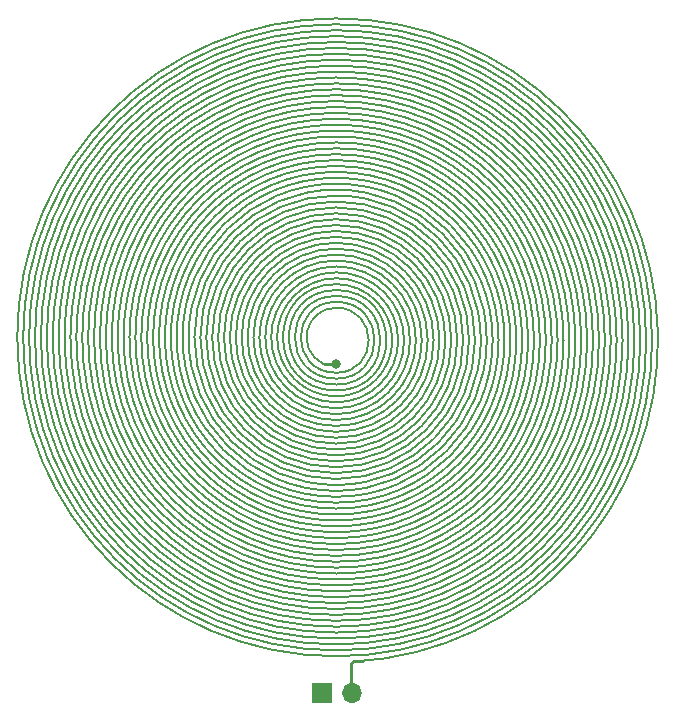
<source format=gbr>
%TF.GenerationSoftware,KiCad,Pcbnew,5.99.0-unknown-ad88874~101~ubuntu20.04.1*%
%TF.CreationDate,2020-05-19T22:27:38-04:00*%
%TF.ProjectId,pcbcoil,70636263-6f69-46c2-9e6b-696361645f70,rev?*%
%TF.SameCoordinates,Original*%
%TF.FileFunction,Copper,L2,Bot*%
%TF.FilePolarity,Positive*%
%FSLAX46Y46*%
G04 Gerber Fmt 4.6, Leading zero omitted, Abs format (unit mm)*
G04 Created by KiCad (PCBNEW 5.99.0-unknown-ad88874~101~ubuntu20.04.1) date 2020-05-19 22:27:38*
%MOMM*%
%LPD*%
G01*
G04 APERTURE LIST*
%TA.AperFunction,NonConductor*%
%ADD10C,0.200000*%
%TD*%
%TA.AperFunction,ComponentPad*%
%ADD11R,1.700000X1.700000*%
%TD*%
%TA.AperFunction,ComponentPad*%
%ADD12O,1.700000X1.700000*%
%TD*%
%TA.AperFunction,ViaPad*%
%ADD13C,0.800000*%
%TD*%
%TA.AperFunction,Conductor*%
%ADD14C,0.250000*%
%TD*%
G04 APERTURE END LIST*
D10*
X143881966Y-89736068D02*
G75*
G02*
X145000000Y-85000000I1118034J2236068D01*
G01*
X145000000Y-109000000D02*
G75*
G03*
X145000000Y-66500000I0J21250000D01*
G01*
X145000000Y-84500000D02*
G75*
G03*
X145000000Y-90500000I0J-3000000D01*
G01*
X145000000Y-107000000D02*
G75*
G03*
X145000000Y-68500000I0J19250000D01*
G01*
X145000000Y-105000000D02*
G75*
G03*
X145000000Y-70500000I0J17250000D01*
G01*
X145000000Y-99500000D02*
G75*
G03*
X145000000Y-76000000I0J11750000D01*
G01*
X145000000Y-104500000D02*
G75*
G03*
X145000000Y-71000000I0J16750000D01*
G01*
X145000000Y-112000000D02*
G75*
G03*
X145000000Y-63500000I0J24250000D01*
G01*
X145000000Y-79500000D02*
G75*
G03*
X145000000Y-95500000I0J-8000000D01*
G01*
X145000000Y-76000000D02*
G75*
G03*
X145000000Y-99000000I0J-11500000D01*
G01*
X145000000Y-84000000D02*
G75*
G03*
X145000000Y-91000000I0J-3500000D01*
G01*
X145000000Y-77000000D02*
G75*
G03*
X145000000Y-98000000I0J-10500000D01*
G01*
X145000000Y-72000000D02*
G75*
G03*
X145000000Y-103000000I0J-15500000D01*
G01*
X145000000Y-78500000D02*
G75*
G03*
X145000000Y-96500000I0J-9000000D01*
G01*
X145000000Y-110500000D02*
G75*
G03*
X145000000Y-65000000I0J22750000D01*
G01*
X145000000Y-66000000D02*
G75*
G03*
X145000000Y-109000000I0J-21500000D01*
G01*
X145000000Y-110000000D02*
G75*
G03*
X145000000Y-65500000I0J22250000D01*
G01*
X145000000Y-95000000D02*
G75*
G03*
X145000000Y-80500000I0J7250000D01*
G01*
X145000000Y-67000000D02*
G75*
G03*
X145000000Y-108000000I0J-20500000D01*
G01*
X145000000Y-102000000D02*
G75*
G03*
X145000000Y-73500000I0J14250000D01*
G01*
X145000000Y-100000000D02*
G75*
G03*
X145000000Y-75500000I0J12250000D01*
G01*
X145000000Y-101000000D02*
G75*
G03*
X145000000Y-74500000I0J13250000D01*
G01*
X145000000Y-108500000D02*
G75*
G03*
X145000000Y-67000000I0J20750000D01*
G01*
X145000000Y-69500000D02*
G75*
G03*
X145000000Y-105500000I0J-18000000D01*
G01*
X145000000Y-63000000D02*
G75*
G03*
X145000000Y-112000000I0J-24500000D01*
G01*
X145000000Y-100500000D02*
G75*
G03*
X145000000Y-75000000I0J12750000D01*
G01*
X145000000Y-114000000D02*
G75*
G03*
X145000000Y-61500000I0J26250000D01*
G01*
X145000000Y-91000000D02*
G75*
G03*
X145000000Y-84500000I0J3250000D01*
G01*
X145000000Y-67500000D02*
G75*
G03*
X145000000Y-107500000I0J-20000000D01*
G01*
X145000000Y-99000000D02*
G75*
G03*
X145000000Y-76500000I0J11250000D01*
G01*
X145000000Y-103000000D02*
G75*
G03*
X145000000Y-72500000I0J15250000D01*
G01*
X145000000Y-82000000D02*
G75*
G03*
X145000000Y-93000000I0J-5500000D01*
G01*
X145000000Y-74000000D02*
G75*
G03*
X145000000Y-101000000I0J-13500000D01*
G01*
X146426155Y-114962655D02*
G75*
G03*
X145000000Y-60500000I-1426155J27212655D01*
G01*
X145000000Y-63500000D02*
G75*
G03*
X145000000Y-111500000I0J-24000000D01*
G01*
X145000000Y-78000000D02*
G75*
G03*
X145000000Y-97000000I0J-9500000D01*
G01*
X145000000Y-109500000D02*
G75*
G03*
X145000000Y-66000000I0J21750000D01*
G01*
X145000000Y-93000000D02*
G75*
G03*
X145000000Y-82500000I0J5250000D01*
G01*
X145000000Y-68000000D02*
G75*
G03*
X145000000Y-107000000I0J-19500000D01*
G01*
X145000000Y-80000000D02*
G75*
G03*
X145000000Y-95000000I0J-7500000D01*
G01*
X145000000Y-96500000D02*
G75*
G03*
X145000000Y-79000000I0J8750000D01*
G01*
X145000000Y-62000000D02*
G75*
G03*
X145000000Y-113000000I0J-25500000D01*
G01*
X145000000Y-104000000D02*
G75*
G03*
X145000000Y-71500000I0J16250000D01*
G01*
X145000000Y-83500000D02*
G75*
G03*
X145000000Y-91500000I0J-4000000D01*
G01*
X145000000Y-97000000D02*
G75*
G03*
X145000000Y-78500000I0J9250000D01*
G01*
X145000000Y-69000000D02*
G75*
G03*
X145000000Y-106000000I0J-18500000D01*
G01*
X145000000Y-94000000D02*
G75*
G03*
X145000000Y-81500000I0J6250000D01*
G01*
X145000000Y-70000000D02*
G75*
G03*
X145000000Y-105000000I0J-17500000D01*
G01*
X145000000Y-98000000D02*
G75*
G03*
X145000000Y-77500000I0J10250000D01*
G01*
X145000000Y-71500000D02*
G75*
G03*
X145000000Y-103500000I0J-16000000D01*
G01*
X145000000Y-64000000D02*
G75*
G03*
X145000000Y-111000000I0J-23500000D01*
G01*
X145000000Y-73000000D02*
G75*
G03*
X145000000Y-102000000I0J-14500000D01*
G01*
X145000000Y-98500000D02*
G75*
G03*
X145000000Y-77000000I0J10750000D01*
G01*
X145000000Y-61000000D02*
G75*
G03*
X145000000Y-114000000I0J-26500000D01*
G01*
X145000000Y-113500000D02*
G75*
G03*
X145000000Y-62000000I0J25750000D01*
G01*
X145000000Y-91500000D02*
G75*
G03*
X145000000Y-84000000I0J3750000D01*
G01*
X145000000Y-90500000D02*
G75*
G03*
X145000000Y-85000000I0J2750000D01*
G01*
X145000000Y-92000000D02*
G75*
G03*
X145000000Y-83500000I0J4250000D01*
G01*
X145000000Y-114500000D02*
G75*
G03*
X145000000Y-61000000I0J26750000D01*
G01*
X145000000Y-61500000D02*
G75*
G03*
X145000000Y-113500000I0J-26000000D01*
G01*
X145000000Y-64500000D02*
G75*
G03*
X145000000Y-110500000I0J-23000000D01*
G01*
X145000000Y-68500000D02*
G75*
G03*
X145000000Y-106500000I0J-19000000D01*
G01*
X145000000Y-95500000D02*
G75*
G03*
X145000000Y-80000000I0J7750000D01*
G01*
X145000000Y-107500000D02*
G75*
G03*
X145000000Y-68000000I0J19750000D01*
G01*
X145000000Y-108000000D02*
G75*
G03*
X145000000Y-67500000I0J20250000D01*
G01*
X145000000Y-66500000D02*
G75*
G03*
X145000000Y-108500000I0J-21000000D01*
G01*
X145000000Y-79000000D02*
G75*
G03*
X145000000Y-96000000I0J-8500000D01*
G01*
X145000000Y-65000000D02*
G75*
G03*
X145000000Y-110000000I0J-22500000D01*
G01*
X145000000Y-112500000D02*
G75*
G03*
X145000000Y-63000000I0J24750000D01*
G01*
X145000000Y-81500000D02*
G75*
G03*
X145000000Y-93500000I0J-6000000D01*
G01*
X145000000Y-83000000D02*
G75*
G03*
X145000000Y-92000000I0J-4500000D01*
G01*
X145000000Y-62500000D02*
G75*
G03*
X145000000Y-112500000I0J-25000000D01*
G01*
X145000000Y-65500000D02*
G75*
G03*
X145000000Y-109500000I0J-22000000D01*
G01*
X145000000Y-102500000D02*
G75*
G03*
X145000000Y-73000000I0J14750000D01*
G01*
X145000000Y-60500000D02*
G75*
G03*
X145000000Y-114500000I0J-27000000D01*
G01*
X145000000Y-111000000D02*
G75*
G03*
X145000000Y-64500000I0J23250000D01*
G01*
X145000000Y-105500000D02*
G75*
G03*
X145000000Y-70000000I0J17750000D01*
G01*
X145000000Y-111500000D02*
G75*
G03*
X145000000Y-64000000I0J23750000D01*
G01*
X145000000Y-80500000D02*
G75*
G03*
X145000000Y-94500000I0J-7000000D01*
G01*
X145000000Y-73500000D02*
G75*
G03*
X145000000Y-101500000I0J-14000000D01*
G01*
X145000000Y-106000000D02*
G75*
G03*
X145000000Y-69500000I0J18250000D01*
G01*
X145000000Y-93500000D02*
G75*
G03*
X145000000Y-82000000I0J5750000D01*
G01*
X145000000Y-75000000D02*
G75*
G03*
X145000000Y-100000000I0J-12500000D01*
G01*
X145000000Y-82500000D02*
G75*
G03*
X145000000Y-92500000I0J-5000000D01*
G01*
X145000000Y-75500000D02*
G75*
G03*
X145000000Y-99500000I0J-12000000D01*
G01*
X145000000Y-71000000D02*
G75*
G03*
X145000000Y-104000000I0J-16500000D01*
G01*
X145000000Y-76500000D02*
G75*
G03*
X145000000Y-98500000I0J-11000000D01*
G01*
X145000000Y-70500000D02*
G75*
G03*
X145000000Y-104500000I0J-17000000D01*
G01*
X145000000Y-97500000D02*
G75*
G03*
X145000000Y-78000000I0J9750000D01*
G01*
X145000000Y-101500000D02*
G75*
G03*
X145000000Y-74000000I0J13750000D01*
G01*
X145000000Y-74500000D02*
G75*
G03*
X145000000Y-100500000I0J-13000000D01*
G01*
X145000000Y-113000000D02*
G75*
G03*
X145000000Y-62500000I0J25250000D01*
G01*
X145000000Y-94500000D02*
G75*
G03*
X145000000Y-81000000I0J6750000D01*
G01*
X145000000Y-96000000D02*
G75*
G03*
X145000000Y-79500000I0J8250000D01*
G01*
X145000000Y-77500000D02*
G75*
G03*
X145000000Y-97500000I0J-10000000D01*
G01*
X145000000Y-103500000D02*
G75*
G03*
X145000000Y-72000000I0J15750000D01*
G01*
X145000000Y-92500000D02*
G75*
G03*
X145000000Y-83000000I0J4750000D01*
G01*
X145000000Y-106500000D02*
G75*
G03*
X145000000Y-69000000I0J18750000D01*
G01*
X145000000Y-81000000D02*
G75*
G03*
X145000000Y-94000000I0J-6500000D01*
G01*
X145000000Y-72500000D02*
G75*
G03*
X145000000Y-102500000I0J-15000000D01*
G01*
D11*
%TO.P,J1,1,Pin_1*%
%TO.N,Net-(J1-Pad1)*%
X143800000Y-117600000D03*
D12*
%TO.P,J1,2,Pin_2*%
X146340000Y-117600000D03*
%TD*%
D13*
%TO.N,*%
X145000000Y-89750000D03*
%TD*%
D14*
%TO.N,*%
X144000000Y-89750000D02*
X145000000Y-89750000D01*
%TO.N,Net-(J1-Pad1)*%
X146290000Y-115078000D02*
X146486000Y-114882000D01*
X146290000Y-117882000D02*
X146290000Y-115078000D01*
X146486000Y-114882000D02*
X147236000Y-114882000D01*
%TD*%
M02*

</source>
